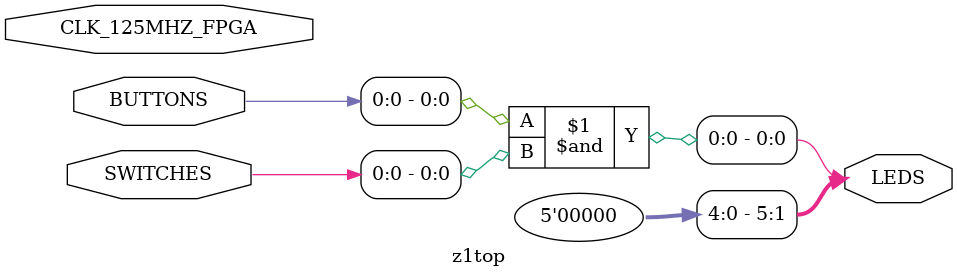
<source format=v>
`timescale 1ns / 1ps

module z1top(
  input CLK_125MHZ_FPGA,
  input [3:0] BUTTONS,
  input [1:0] SWITCHES,
  output [5:0] LEDS
);

  and(LEDS[0], BUTTONS[0], SWITCHES[0]);
  assign LEDS[5:1] = 0;

endmodule

</source>
